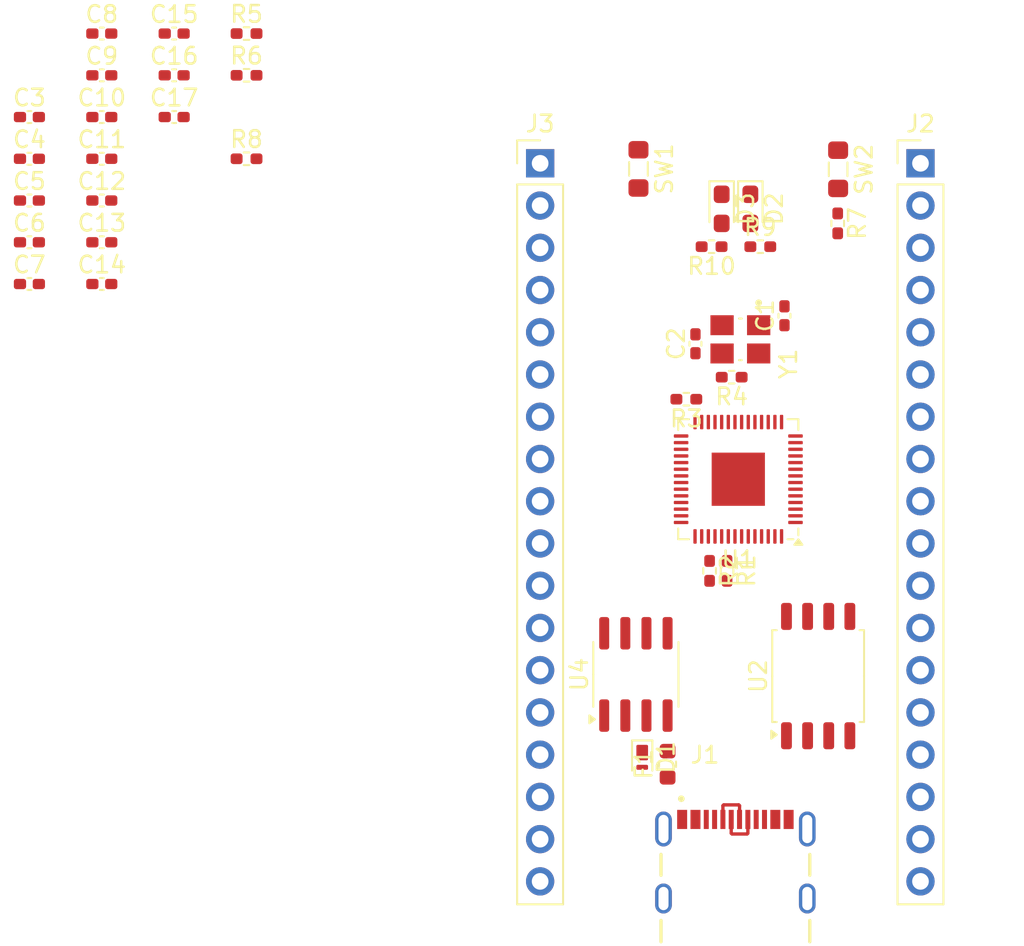
<source format=kicad_pcb>
(kicad_pcb (version 20241229) (generator "pcbnew") (generator_version "9.0")
  (layers (0 "F.Cu" signal) (2 "B.Cu" signal) (13 "F.Paste" user) (15 "B.Paste" user) (5 "F.SilkS" user "F.Silkscreen") (7 "B.SilkS" user "B.Silkscreen") (1 "F.Mask" user) (3 "B.Mask" user) (25 "Edge.Cuts" user))
  (net 0 "")
  (net 1 "GND")
  (net 2 "/Xin")
  (net 3 "Net-(C2-Pad1)")
  (net 4 "VBUS")
  (net 5 "+3.3V")
  (net 6 "+1V1")
  (net 7 "Net-(D2-A)")
  (net 8 "Net-(D3-A)")
  (net 9 "Net-(F1-Pad1)")
  (net 10 "/D+")
  (net 11 "/D-")
  (net 13 "Net-(J1-CC1)")
  (net 15 "Net-(J1-CC2)")
  (net 16 "/GPIO23")
  (net 17 "/GPIO20")
  (net 18 "/GPIO24")
  (net 19 "/SWD")
  (net 20 "/GPIO27")
  (net 21 "/GPIO28")
  (net 22 "/GPIO19")
  (net 23 "/GPIO16")
  (net 24 "/SWCLK")
  (net 25 "/GPIO26")
  (net 26 "/GPIO18")
  (net 27 "/GPIO29")
  (net 28 "/GPIO22")
  (net 29 "/GPIO17")
  (net 30 "/GPIO21")
  (net 31 "/GPIO25")
  (net 32 "/GPIO3")
  (net 33 "/GPIO15")
  (net 34 "/GPIO9")
  (net 35 "/GPIO0")
  (net 36 "/GPIO10")
  (net 37 "/GPIO6")
  (net 38 "/GPIO8")
  (net 39 "/GPIO2")
  (net 40 "/GPIO4")
  (net 41 "/GPIO11")
  (net 42 "/GPIO7")
  (net 43 "/RUN")
  (net 44 "/GPIO14")
  (net 45 "/GPIO5")
  (net 46 "/GPIO1")
  (net 47 "/GPIO12")
  (net 48 "Net-(U1-USB_DP)")
  (net 49 "Net-(U1-USB_DM)")
  (net 50 "/Xout")
  (net 51 "/QSPI_SS")
  (net 52 "Net-(R7-Pad1)")
  (net 53 "/GPIO13")
  (net 54 "/QSPI_SCLK")
  (net 55 "/QSPI_SD2")
  (net 56 "/QSPI_SD3")
  (net 57 "/QSPI_SDO")
  (net 58 "/QSPI_SD1")
  (footprint "Connector_PinHeader_2.54mm:PinHeader_1x18_P2.54mm_Vertical" (layer "F.Cu") (at 100.665 46.965)
    (property "Reference" "J3" (at 0 -2.38 0) (layer "F.SilkS"))
    (property "Value" "Conn_01x18_Pin")
    (fp_line (start -1.38 -1.38) (end 0 -1.38) (stroke (width 0.12)) (layer "F.SilkS"))
    (fp_line (start -1.38 0) (end -1.38 -1.38) (stroke (width 0.12)) (layer "F.SilkS"))
    (fp_line (start -1.38 1.27) (end -1.38 44.56) (stroke (width 0.12)) (layer "F.SilkS"))
    (fp_line (start -1.38 1.27) (end 1.38 1.27) (stroke (width 0.12)) (layer "F.SilkS"))
    (fp_line (start -1.38 44.56) (end 1.38 44.56) (stroke (width 0.12)) (layer "F.SilkS"))
    (fp_line (start 1.38 1.27) (end 1.38 44.56) (stroke (width 0.12)) (layer "F.SilkS"))
    (pad "1" thru_hole rect (at 0 0) (size 1.7 1.7) (drill 1) (layers "*.Cu" "*.Mask") (net 4 "VBUS"))
    (pad "2" thru_hole circle (at 0 2.54) (size 1.7 1.7) (drill 1) (layers "*.Cu" "*.Mask") (net 35 "/GPIO0"))
    (pad "3" thru_hole circle (at 0 5.08) (size 1.7 1.7) (drill 1) (layers "*.Cu" "*.Mask") (net 46 "/GPIO1"))
    (pad "4" thru_hole circle (at 0 7.62) (size 1.7 1.7) (drill 1) (layers "*.Cu" "*.Mask") (net 39 "/GPIO2"))
    (pad "5" thru_hole circle (at 0 10.16) (size 1.7 1.7) (drill 1) (layers "*.Cu" "*.Mask") (net 32 "/GPIO3"))
    (pad "6" thru_hole circle (at 0 12.7) (size 1.7 1.7) (drill 1) (layers "*.Cu" "*.Mask") (net 40 "/GPIO4"))
    (pad "7" thru_hole circle (at 0 15.24) (size 1.7 1.7) (drill 1) (layers "*.Cu" "*.Mask") (net 45 "/GPIO5"))
    (pad "8" thru_hole circle (at 0 17.78) (size 1.7 1.7) (drill 1) (layers "*.Cu" "*.Mask") (net 37 "/GPIO6"))
    (pad "9" thru_hole circle (at 0 20.32) (size 1.7 1.7) (drill 1) (layers "*.Cu" "*.Mask") (net 42 "/GPIO7"))
    (pad "10" thru_hole circle (at 0 22.86) (size 1.7 1.7) (drill 1) (layers "*.Cu" "*.Mask") (net 38 "/GPIO8"))
    (pad "11" thru_hole circle (at 0 25.4) (size 1.7 1.7) (drill 1) (layers "*.Cu" "*.Mask") (net 34 "/GPIO9"))
    (pad "12" thru_hole circle (at 0 27.94) (size 1.7 1.7) (drill 1) (layers "*.Cu" "*.Mask") (net 36 "/GPIO10"))
    (pad "13" thru_hole circle (at 0 30.48) (size 1.7 1.7) (drill 1) (layers "*.Cu" "*.Mask") (net 41 "/GPIO11"))
    (pad "14" thru_hole circle (at 0 33.02) (size 1.7 1.7) (drill 1) (layers "*.Cu" "*.Mask") (net 47 "/GPIO12"))
    (pad "15" thru_hole circle (at 0 35.56) (size 1.7 1.7) (drill 1) (layers "*.Cu" "*.Mask") (net 43 "/RUN"))
    (pad "16" thru_hole circle (at 0 38.1) (size 1.7 1.7) (drill 1) (layers "*.Cu" "*.Mask") (net 44 "/GPIO14"))
    (pad "17" thru_hole circle (at 0 40.64) (size 1.7 1.7) (drill 1) (layers "*.Cu" "*.Mask") (net 33 "/GPIO15"))
    (pad "18" thru_hole circle (at 0 43.18) (size 1.7 1.7) (drill 1) (layers "*.Cu" "*.Mask") (net 1 "GND"))
  )
  (footprint "Footprints:GCT_USB4105-GF-A" (layer "F.Cu") (at 112.4 91.175)
    (property "Reference" "J1" (at -1.825 -8.635 0) (layer "F.SilkS"))
    (property "Value" "USB4105-GF-A")
    (fp_line (start -4.47 -2.65) (end -4.47 -1.4) (stroke (width 0.2)) (layer "F.SilkS"))
    (fp_line (start -4.47 1.32) (end -4.47 2.6) (stroke (width 0.2)) (layer "F.SilkS"))
    (fp_line (start 4.47 -2.65) (end 4.47 -1.4) (stroke (width 0.2)) (layer "F.SilkS"))
    (fp_line (start 4.47 2.6) (end 4.47 1.32) (stroke (width 0.2)) (layer "F.SilkS"))
    (fp_circle (center -3.25 -6) (end -3.15 -6) (stroke (width 0.2)) (fill no) (layer "F.SilkS"))
    (pad "" np_thru_hole circle (at -2.89 -3.68) (size 0.65 0.65) (drill 0.65) (layers "*.Cu" "*.Mask"))
    (pad "" np_thru_hole circle (at 2.89 -3.68) (size 0.65 0.65) (drill 0.65) (layers "*.Cu" "*.Mask"))
    (pad "A1_B12" smd rect (at -3.2 -4.755) (size 0.6 1.15) (layers "F.Cu" "F.Paste") (net 1 "GND"))
    (pad "A4_B9" smd rect (at -2.4 -4.755) (size 0.6 1.15) (layers "F.Cu" "F.Paste") (net 9 "Net-(F1-Pad1)"))
    (pad "A5" smd rect (at -1.25 -4.755) (size 0.3 1.15) (layers "F.Cu" "F.Paste") (net 13 "Net-(J1-CC1)"))
    (pad "A6" smd rect (at -0.25 -4.755) (size 0.3 1.15) (layers "F.Cu" "F.Paste") (net 10 "/D+"))
    (pad "A7" smd rect (at 0.25 -4.755) (size 0.3 1.15) (layers "F.Cu" "F.Paste") (net 11 "/D-"))
    (pad "A8" smd rect (at 1.25 -4.755) (size 0.3 1.15) (layers "F.Cu" "F.Paste"))
    (pad "B1_A12" smd rect (at 3.2 -4.755) (size 0.6 1.15) (layers "F.Cu" "F.Paste") (net 1 "GND"))
    (pad "B4_A9" smd rect (at 2.4 -4.755) (size 0.6 1.15) (layers "F.Cu" "F.Paste") (net 9 "Net-(F1-Pad1)"))
    (pad "B5" smd rect (at 1.75 -4.755) (size 0.3 1.15) (layers "F.Cu" "F.Paste") (net 15 "Net-(J1-CC2)"))
    (pad "B6" smd rect (at 0.75 -4.755) (size 0.3 1.15) (layers "F.Cu" "F.Paste") (net 10 "/D+"))
    (pad "B7" smd rect (at -0.75 -4.755) (size 0.3 1.15) (layers "F.Cu" "F.Paste") (net 11 "/D-"))
    (pad "B8" smd rect (at -1.75 -4.755) (size 0.3 1.15) (layers "F.Cu" "F.Paste"))
    (pad "SH1" thru_hole oval (at -4.32 -4.18) (size 1 2.1) (drill oval 0.6 1.7) (layers "*.Cu" "*.Mask") (net 1 "GND"))
    (pad "SH2" thru_hole oval (at 4.32 -4.18) (size 1 2.1) (drill oval 0.6 1.7) (layers "*.Cu" "*.Mask") (net 1 "GND"))
    (pad "SH3" thru_hole oval (at -4.32 0) (size 1 1.8) (drill oval 0.6 1.4) (layers "*.Cu" "*.Mask") (net 1 "GND"))
    (pad "SH4" thru_hole oval (at 4.32 0) (size 1 1.8) (drill oval 0.6 1.4) (layers "*.Cu" "*.Mask") (net 1 "GND"))
  )
  (footprint "Capacitor_SMD:C_0402_1005Metric_Pad0.74x0.62mm_HandSolder" (layer "F.Cu") (at 69.97 54.2225)
    (property "Reference" "C7" (at 0 -1.16 0) (layer "F.SilkS"))
    (property "Value" "0.1u")
    (fp_line (start -0.115835 -0.36) (end 0.115835 -0.36) (stroke (width 0.12)) (layer "F.SilkS"))
    (fp_line (start -0.115835 0.36) (end 0.115835 0.36) (stroke (width 0.12)) (layer "F.SilkS"))
    (pad "1" smd roundrect (at -0.5675 0) (size 0.735 0.62) (layers "F.Cu" "F.Mask" "F.Paste") (net 5 "+3.3V"))
    (pad "2" smd roundrect (at 0.5675 0) (size 0.735 0.62) (layers "F.Cu" "F.Mask" "F.Paste") (net 1 "GND"))
  )
  (footprint "Capacitor_SMD:C_0402_1005Metric_Pad0.74x0.62mm_HandSolder" (layer "F.Cu") (at 115.35 56.1325 90)
    (property "Reference" "C1" (at 0 -1.16 90) (layer "F.SilkS"))
    (property "Value" "15p")
    (fp_line (start -0.115835 -0.36) (end 0.115835 -0.36) (stroke (width 0.12)) (layer "F.SilkS"))
    (fp_line (start -0.115835 0.36) (end 0.115835 0.36) (stroke (width 0.12)) (layer "F.SilkS"))
    (pad "1" smd roundrect (at -0.5675 0 90) (size 0.735 0.62) (layers "F.Cu" "F.Mask" "F.Paste") (net 2 "/Xin"))
    (pad "2" smd roundrect (at 0.5675 0 90) (size 0.735 0.62) (layers "F.Cu" "F.Mask" "F.Paste") (net 1 "GND"))
  )
  (footprint "Capacitor_SMD:C_0402_1005Metric_Pad0.74x0.62mm_HandSolder" (layer "F.Cu") (at 74.32 44.1825)
    (property "Reference" "C10" (at 0 -1.16 0) (layer "F.SilkS"))
    (property "Value" "0.1u")
    (fp_line (start -0.115835 -0.36) (end 0.115835 -0.36) (stroke (width 0.12)) (layer "F.SilkS"))
    (fp_line (start -0.115835 0.36) (end 0.115835 0.36) (stroke (width 0.12)) (layer "F.SilkS"))
    (pad "1" smd roundrect (at -0.5675 0) (size 0.735 0.62) (layers "F.Cu" "F.Mask" "F.Paste") (net 5 "+3.3V"))
    (pad "2" smd roundrect (at 0.5675 0) (size 0.735 0.62) (layers "F.Cu" "F.Mask" "F.Paste") (net 1 "GND"))
  )
  (footprint "Capacitor_SMD:C_0402_1005Metric_Pad0.74x0.62mm_HandSolder" (layer "F.Cu") (at 74.32 51.7125)
    (property "Reference" "C13" (at 0 -1.16 0) (layer "F.SilkS"))
    (property "Value" "0.1u")
    (fp_line (start -0.115835 -0.36) (end 0.115835 -0.36) (stroke (width 0.12)) (layer "F.SilkS"))
    (fp_line (start -0.115835 0.36) (end 0.115835 0.36) (stroke (width 0.12)) (layer "F.SilkS"))
    (pad "1" smd roundrect (at -0.5675 0) (size 0.735 0.62) (layers "F.Cu" "F.Mask" "F.Paste") (net 6 "+1V1"))
    (pad "2" smd roundrect (at 0.5675 0) (size 0.735 0.62) (layers "F.Cu" "F.Mask" "F.Paste") (net 1 "GND"))
  )
  (footprint "Capacitor_SMD:C_0402_1005Metric_Pad0.74x0.62mm_HandSolder" (layer "F.Cu") (at 74.32 49.2025)
    (property "Reference" "C12" (at 0 -1.16 0) (layer "F.SilkS"))
    (property "Value" "1u")
    (fp_line (start -0.115835 -0.36) (end 0.115835 -0.36) (stroke (width 0.12)) (layer "F.SilkS"))
    (fp_line (start -0.115835 0.36) (end 0.115835 0.36) (stroke (width 0.12)) (layer "F.SilkS"))
    (pad "1" smd roundrect (at -0.5675 0) (size 0.735 0.62) (layers "F.Cu" "F.Mask" "F.Paste") (net 5 "+3.3V"))
    (pad "2" smd roundrect (at 0.5675 0) (size 0.735 0.62) (layers "F.Cu" "F.Mask" "F.Paste") (net 1 "GND"))
  )
  (footprint "Resistor_SMD:R_0402_1005Metric_Pad0.72x0.64mm_HandSolder" (layer "F.Cu") (at 83.02 39.1625)
    (property "Reference" "R5" (at 0 -1.17 0) (layer "F.SilkS"))
    (property "Value" "5K1")
    (fp_line (start -0.167621 -0.38) (end 0.167621 -0.38) (stroke (width 0.12)) (layer "F.SilkS"))
    (fp_line (start -0.167621 0.38) (end 0.167621 0.38) (stroke (width 0.12)) (layer "F.SilkS"))
    (pad "1" smd roundrect (at -0.5975 0) (size 0.715 0.64) (layers "F.Cu" "F.Mask" "F.Paste") (net 15 "Net-(J1-CC2)"))
    (pad "2" smd roundrect (at 0.5975 0) (size 0.715 0.64) (layers "F.Cu" "F.Mask" "F.Paste") (net 1 "GND"))
  )
  (footprint "Capacitor_SMD:C_0402_1005Metric_Pad0.74x0.62mm_HandSolder" (layer "F.Cu") (at 74.32 46.6925)
    (property "Reference" "C11" (at 0 -1.16 0) (layer "F.SilkS"))
    (property "Value" "0.1u")
    (fp_line (start -0.115835 -0.36) (end 0.115835 -0.36) (stroke (width 0.12)) (layer "F.SilkS"))
    (fp_line (start -0.115835 0.36) (end 0.115835 0.36) (stroke (width 0.12)) (layer "F.SilkS"))
    (pad "1" smd roundrect (at -0.5675 0) (size 0.735 0.62) (layers "F.Cu" "F.Mask" "F.Paste") (net 5 "+3.3V"))
    (pad "2" smd roundrect (at 0.5675 0) (size 0.735 0.62) (layers "F.Cu" "F.Mask" "F.Paste") (net 1 "GND"))
  )
  (footprint "Inductor_SMD:L_0805_2012Metric_Pad1.05x1.20mm_HandSolder" (layer "F.Cu") (at 118.575 47.325 -90)
    (property "Reference" "SW2" (at 0 -1.55 90) (layer "F.SilkS"))
    (property "Value" "SW_Push")
    (fp_line (start -0.410242 0.56) (end 0.410242 0.56) (stroke (width 0.12)) (layer "F.SilkS"))
    (fp_line (start -0.410242 -0.56) (end 0.410242 -0.56) (stroke (width 0.12)) (layer "F.SilkS"))
    (pad "1" smd roundrect (at -1.15 0 270) (size 1.05 1.2) (layers "F.Cu" "F.Mask" "F.Paste") (roundrect_rratio 0.238095) (net 1 "GND"))
    (pad "2" smd roundrect (at 1.15 0 270) (size 1.05 1.2) (layers "F.Cu" "F.Mask" "F.Paste") (roundrect_rratio 0.238095) (net 52 "Net-(R7-Pad1)"))
  )
  (footprint "Resistor_SMD:R_0402_1005Metric_Pad0.72x0.64mm_HandSolder" (layer "F.Cu") (at 83.02 41.6725)
    (property "Reference" "R6" (at 0 -1.17 0) (layer "F.SilkS"))
    (property "Value" "5K1")
    (fp_line (start -0.167621 -0.38) (end 0.167621 -0.38) (stroke (width 0.12)) (layer "F.SilkS"))
    (fp_line (start -0.167621 0.38) (end 0.167621 0.38) (stroke (width 0.12)) (layer "F.SilkS"))
    (pad "1" smd roundrect (at -0.5975 0) (size 0.715 0.64) (layers "F.Cu" "F.Mask" "F.Paste") (net 1 "GND"))
    (pad "2" smd roundrect (at 0.5975 0) (size 0.715 0.64) (layers "F.Cu" "F.Mask" "F.Paste") (net 13 "Net-(J1-CC1)"))
  )
  (footprint "LED_SMD:LED_0603_1608Metric_Pad1.05x0.95mm_HandSolder" (layer "F.Cu") (at 111.575 49.7025 -90)
    (property "Reference" "D3" (at 0 -1.43 90) (layer "F.SilkS"))
    (property "Value" "LED")
    (fp_line (start -1.66 0.735) (end 0.8 0.735) (stroke (width 0.12)) (layer "F.SilkS"))
    (fp_line (start -1.66 -0.735) (end -1.66 0.735) (stroke (width 0.12)) (layer "F.SilkS"))
    (fp_line (start 0.8 -0.735) (end -1.66 -0.735) (stroke (width 0.12)) (layer "F.SilkS"))
    (pad "1" smd roundrect (at -0.875 0 270) (size 1.05 0.95) (layers "F.Cu" "F.Mask" "F.Paste") (net 1 "GND"))
    (pad "2" smd roundrect (at 0.875 0 270) (size 1.05 0.95) (layers "F.Cu" "F.Mask" "F.Paste") (net 8 "Net-(D3-A)"))
  )
  (footprint "Package_DFN_QFN:QFN-56-1EP_7x7mm_P0.4mm_EP3.2x3.2mm" (layer "F.Cu") (at 112.575 65.9625 180)
    (property "Reference" "U1" (at 0 -4.83 0) (layer "F.SilkS"))
    (property "Value" "RP2040")
    (fp_line (start 3.61 3.61) (end 3.61 2.96) (stroke (width 0.12)) (layer "F.SilkS"))
    (fp_line (start 3.61 -3.61) (end 3.61 -2.96) (stroke (width 0.12)) (layer "F.SilkS"))
    (fp_line (start 2.96 3.61) (end 3.61 3.61) (stroke (width 0.12)) (layer "F.SilkS"))
    (fp_line (start 2.96 -3.61) (end 3.61 -3.61) (stroke (width 0.12)) (layer "F.SilkS"))
    (fp_line (start -2.96 3.61) (end -3.61 3.61) (stroke (width 0.12)) (layer "F.SilkS"))
    (fp_line (start -2.96 -3.61) (end -3.31 -3.61) (stroke (width 0.12)) (layer "F.SilkS"))
    (fp_line (start -3.61 3.61) (end -3.61 2.96) (stroke (width 0.12)) (layer "F.SilkS"))
    (fp_line (start -3.61 -2.96) (end -3.61 -3.37) (stroke (width 0.12)) (layer "F.SilkS"))
    (fp_poly (pts (xy -3.61 -3.61) (xy -3.85 -3.94) (xy -3.37 -3.94)) (stroke (width 0.12)) (fill yes) (layer "F.SilkS"))
    (pad "1" smd roundrect (at -3.4375 -2.6 180) (size 0.875 0.2) (layers "F.Cu" "F.Mask" "F.Paste") (net 5 "+3.3V"))
    (pad "2" smd roundrect (at -3.4375 -2.2 180) (size 0.875 0.2) (layers "F.Cu" "F.Mask" "F.Paste") (net 35 "/GPIO0"))
    (pad "3" smd roundrect (at -3.4375 -1.8 180) (size 0.875 0.2) (layers "F.Cu" "F.Mask" "F.Paste") (net 46 "/GPIO1"))
    (pad "4" smd roundrect (at -3.4375 -1.4 180) (size 0.875 0.2) (layers "F.Cu" "F.Mask" "F.Paste") (net 39 "/GPIO2"))
    (pad "5" smd roundrect (at -3.4375 -1 180) (size 0.875 0.2) (layers "F.Cu" "F.Mask" "F.Paste") (net 32 "/GPIO3"))
    (pad "6" smd roundrect (at -3.4375 -0.6 180) (size 0.875 0.2) (layers "F.Cu" "F.Mask" "F.Paste") (net 40 "/GPIO4"))
    (pad "7" smd roundrect (at -3.4375 -0.2 180) (size 0.875 0.2) (layers "F.Cu" "F.Mask" "F.Paste") (net 45 "/GPIO5"))
    (pad "8" smd roundrect (at -3.4375 0.2 180) (size 0.875 0.2) (layers "F.Cu" "F.Mask" "F.Paste") (net 37 "/GPIO6"))
    (pad "9" smd roundrect (at -3.4375 0.6 180) (size 0.875 0.2) (layers "F.Cu" "F.Mask" "F.Paste") (net 42 "/GPIO7"))
    (pad "10" smd roundrect (at -3.4375 1 180) (size 0.875 0.2) (layers "F.Cu" "F.Mask" "F.Paste") (net 5 "+3.3V"))
    (pad "11" smd roundrect (at -3.4375 1.4 180) (size 0.875 0.2) (layers "F.Cu" "F.Mask" "F.Paste") (net 38 "/GPIO8"))
    (pad "12" smd roundrect (at -3.4375 1.8 180) (size 0.875 0.2) (layers "F.Cu" "F.Mask" "F.Paste") (net 34 "/GPIO9"))
    (pad "13" smd roundrect (at -3.4375 2.2 180) (size 0.875 0.2) (layers "F.Cu" "F.Mask" "F.Paste") (net 36 "/GPIO10"))
    (pad "14" smd roundrect (at -3.4375 2.6 180) (size 0.875 0.2) (layers "F.Cu" "F.Mask" "F.Paste") (net 41 "/GPIO11"))
    (pad "15" smd roundrect (at -2.6 3.4375 180) (size 0.2 0.875) (layers "F.Cu" "F.Mask" "F.Paste") (net 47 "/GPIO12"))
    (pad "16" smd roundrect (at -2.2 3.4375 180) (size 0.2 0.875) (layers "F.Cu" "F.Mask" "F.Paste") (net 53 "/GPIO13"))
    (pad "17" smd roundrect (at -1.8 3.4375 180) (size 0.2 0.875) (layers "F.Cu" "F.Mask" "F.Paste") (net 44 "/GPIO14"))
    (pad "18" smd roundrect (at -1.4 3.4375 180) (size 0.2 0.875) (layers "F.Cu" "F.Mask" "F.Paste") (net 33 "/GPIO15"))
    (pad "19" smd roundrect (at -1 3.4375 180) (size 0.2 0.875) (layers "F.Cu" "F.Mask" "F.Paste") (net 1 "GND"))
    (pad "20" smd roundrect (at -0.6 3.4375 180) (size 0.2 0.875) (layers "F.Cu" "F.Mask" "F.Paste") (net 2 "/Xin"))
    (pad "21" smd roundrect (at -0.2 3.4375 180) (size 0.2 0.875) (layers "F.Cu" "F.Mask" "F.Paste") (net 50 "/Xout"))
    (pad "22" smd roundrect (at 0.2 3.4375 180) (size 0.2 0.875) (layers "F.Cu" "F.Mask" "F.Paste") (net 5 "+3.3V"))
    (pad "23" smd roundrect (at 0.6 3.4375 180) (size 0.2 0.875) (layers "F.Cu" "F.Mask" "F.Paste") (net 6 "+1V1"))
    (pad "24" smd roundrect (at 1 3.4375 180) (size 0.2 0.875) (layers "F.Cu" "F.Mask" "F.Paste") (net 24 "/SWCLK"))
    (pad "25" smd roundrect (at 1.4 3.4375 180) (size 0.2 0.875) (layers "F.Cu" "F.Mask" "F.Paste") (net 19 "/SWD"))
    (pad "26" smd roundrect (at 1.8 3.4375 180) (size 0.2 0.875) (layers "F.Cu" "F.Mask" "F.Paste") (net 43 "/RUN"))
    (pad "27" smd roundrect (at 2.2 3.4375 180) (size 0.2 0.875) (layers "F.Cu" "F.Mask" "F.Paste") (net 23 "/GPIO16"))
    (pad "28" smd roundrect (at 2.6 3.4375 180) (size 0.2 0.875) (layers "F.Cu" "F.Mask" "F.Paste") (net 29 "/GPIO17"))
    (pad "29" smd roundrect (at 3.4375 2.6 180) (size 0.875 0.2) (layers "F.Cu" "F.Mask" "F.Paste") (net 26 "/GPIO18"))
    (pad "30" smd roundrect (at 3.4375 2.2 180) (size 0.875 0.2) (layers "F.Cu" "F.Mask" "F.Paste") (net 22 "/GPIO19"))
    (pad "31" smd roundrect (at 3.4375 1.8 180) (size 0.875 0.2) (layers "F.Cu" "F.Mask" "F.Paste") (net 17 "/GPIO20"))
    (pad "32" smd roundrect (at 3.4375 1.4 180) (size 0.875 0.2) (layers "F.Cu" "F.Mask" "F.Paste") (net 30 "/GPIO21"))
    (pad "33" smd roundrect (at 3.4375 1 180) (size 0.875 0.2) (layers "F.Cu" "F.Mask" "F.Paste") (net 5 "+3.3V"))
    (pad "34" smd roundrect (at 3.4375 0.6 180) (size 0.875 0.2) (layers "F.Cu" "F.Mask" "F.Paste") (net 28 "/GPIO22"))
    (pad "35" smd roundrect (at 3.4375 0.2 180) (size 0.875 0.2) (layers "F.Cu" "F.Mask" "F.Paste") (net 16 "/GPIO23"))
    (pad "36" smd roundrect (at 3.4375 -0.2 180) (size 0.875 0.2) (layers "F.Cu" "F.Mask" "F.Paste") (net 18 "/GPIO24"))
    (pad "37" smd roundrect (at 3.4375 -0.6 180) (size 0.875 0.2) (layers "F.Cu" "F.Mask" "F.Paste") (net 31 "/GPIO25"))
    (pad "38" smd roundrect (at 3.4375 -1 180) (size 0.875 0.2) (layers "F.Cu" "F.Mask" "F.Paste") (net 25 "/GPIO26"))
    (pad "39" smd roundrect (at 3.4375 -1.4 180) (size 0.875 0.2) (layers "F.Cu" "F.Mask" "F.Paste") (net 20 "/GPIO27"))
    (pad "40" smd roundrect (at 3.4375 -1.8 180) (size 0.875 0.2) (layers "F.Cu" "F.Mask" "F.Paste") (net 21 "/GPIO28"))
    (pad "41" smd roundrect (at 3.4375 -2.2 180) (size 0.875 0.2) (layers "F.Cu" "F.Mask" "F.Paste") (net 27 "/GPIO29"))
    (pad "42" smd roundrect (at 3.4375 -2.6 180) (size 0.875 0.2) (layers "F.Cu" "F.Mask" "F.Paste") (net 5 "+3.3V"))
    (pad "43" smd roundrect (at 2.6 -3.4375 180) (size 0.2 0.875) (layers "F.Cu" "F.Mask" "F.Paste") (net 5 "+3.3V"))
    (pad "44" smd roundrect (at 2.2 -3.4375 180) (size 0.2 0.875) (layers "F.Cu" "F.Mask" "F.Paste") (net 5 "+3.3V"))
    (pad "45" smd roundrect (at 1.8 -3.4375 180) (size 0.2 0.875) (layers "F.Cu" "F.Mask" "F.Paste") (net 6 "+1V1"))
    (pad "46" smd roundrect (at 1.4 -3.4375 180) (size 0.2 0.875) (layers "F.Cu" "F.Mask" "F.Paste") (net 49 "Net-(U1-USB_DM)"))
    (pad "47" smd roundrect (at 1 -3.4375 180) (size 0.2 0.875) (layers "F.Cu" "F.Mask" "F.Paste") (net 48 "Net-(U1-USB_DP)"))
    (pad "48" smd roundrect (at 0.6 -3.4375 180) (size 0.2 0.875) (layers "F.Cu" "F.Mask" "F.Paste") (net 5 "+3.3V"))
    (pad "49" smd roundrect (at 0.2 -3.4375 180) (size 0.2 0.875) (layers "F.Cu" "F.Mask" "F.Paste") (net 5 "+3.3V"))
    (pad "50" smd roundrect (at -0.2 -3.4375 180) (size 0.2 0.875) (layers "F.Cu" "F.Mask" "F.Paste") (net 6 "+1V1"))
    (pad "51" smd roundrect (at -0.6 -3.4375 180) (size 0.2 0.875) (layers "F.Cu" "F.Mask" "F.Paste") (net 56 "/QSPI_SD3"))
    (pad "52" smd roundrect (at -1 -3.4375 180) (size 0.2 0.875) (layers "F.Cu" "F.Mask" "F.Paste") (net 54 "/QSPI_SCLK"))
    (pad "53" smd roundrect (at -1.4 -3.4375 180) (size 0.2 0.875) (layers "F.Cu" "F.Mask" "F.Paste") (net 57 "/QSPI_SDO"))
    (pad "54" smd roundrect (at -1.8 -3.4375 180) (size 0.2 0.875) (layers "F.Cu" "F.Mask" "F.Paste") (net 55 "/QSPI_SD2"))
    (pad "55" smd roundrect (at -2.2 -3.4375 180) (size 0.2 0.875) (layers "F.Cu" "F.Mask" "F.Paste") (net 58 "/QSPI_SD1"))
    (pad "56" smd roundrect (at -2.6 -3.4375 180) (size 0.2 0.875) (layers "F.Cu" "F.Mask" "F.Paste") (net 51 "/QSPI_SS"))
    (pad "57" smd rect (at 0 0 180) (size 3.2 3.2) (property pad_prop_heatsink) (layers "F.Cu" "F.Mask") (net 1 "GND"))
  )
  (footprint "Resistor_SMD:R_0402_1005Metric_Pad0.72x0.64mm_HandSolder" (layer "F.Cu") (at 112.1775 59.825 180)
    (property "Reference" "R4" (at 0 -1.17 0) (layer "F.SilkS"))
    (property "Value" "1K")
    (fp_line (start -0.167621 0.38) (end 0.167621 0.38) (stroke (width 0.12)) (layer "F.SilkS"))
    (fp_line (start -0.167621 -0.38) (end 0.167621 -0.38) (stroke (width 0.12)) (layer "F.SilkS"))
    (pad "1" smd roundrect (at -0.5975 0 180) (size 0.715 0.64) (layers "F.Cu" "F.Mask" "F.Paste") (net 50 "/Xout"))
    (pad "2" smd roundrect (at 0.5975 0 180) (size 0.715 0.64) (layers "F.Cu" "F.Mask" "F.Paste") (net 3 "Net-(C2-Pad1)"))
  )
  (footprint "Resistor_SMD:R_0402_1005Metric_Pad0.72x0.64mm_HandSolder" (layer "F.Cu") (at 118.55 50.5775 -90)
    (property "Reference" "R7" (at 0 -1.17 90) (layer "F.SilkS"))
    (property "Value" "1K")
    (fp_line (start -0.167621 0.38) (end 0.167621 0.38) (stroke (width 0.12)) (layer "F.SilkS"))
    (fp_line (start -0.167621 -0.38) (end 0.167621 -0.38) (stroke (width 0.12)) (layer "F.SilkS"))
    (pad "1" smd roundrect (at -0.5975 0 270) (size 0.715 0.64) (layers "F.Cu" "F.Mask" "F.Paste") (net 52 "Net-(R7-Pad1)"))
    (pad "2" smd roundrect (at 0.5975 0 270) (size 0.715 0.64) (layers "F.Cu" "F.Mask" "F.Paste") (net 51 "/QSPI_SS"))
  )
  (footprint "Package_SO:SOIC-8_5.3x5.3mm_P1.27mm" (layer "F.Cu") (at 117.375 77.8 90)
    (property "Reference" "U2" (at 0 -3.6 90) (layer "F.SilkS"))
    (property "Value" "W25Q128JVS")
    (fp_line (start 2.76 -2.76) (end 2.76 -2.49) (stroke (width 0.12)) (layer "F.SilkS"))
    (fp_line (start 0 -2.76) (end 2.76 -2.76) (stroke (width 0.12)) (layer "F.SilkS"))
    (fp_line (start 0 -2.76) (end -2.76 -2.76) (stroke (width 0.12)) (layer "F.SilkS"))
    (fp_line (start -2.76 -2.76) (end -2.76 -2.49) (stroke (width 0.12)) (layer "F.SilkS"))
    (fp_line (start 2.76 2.76) (end 2.76 2.49) (stroke (width 0.12)) (layer "F.SilkS"))
    (fp_line (start 0 2.76) (end 2.76 2.76) (stroke (width 0.12)) (layer "F.SilkS"))
    (fp_line (start 0 2.76) (end -2.76 2.76) (stroke (width 0.12)) (layer "F.SilkS"))
    (fp_line (start -2.76 2.76) (end -2.76 2.49) (stroke (width 0.12)) (layer "F.SilkS"))
    (fp_poly (pts (xy -3.525 -2.49) (xy -3.765 -2.82) (xy -3.285 -2.82)) (stroke (width 0.12)) (fill yes) (layer "F.SilkS"))
    (pad "1" smd roundrect (at -3.5875 -1.905 90) (size 1.625 0.65) (layers "F.Cu" "F.Mask" "F.Paste") (net 51 "/QSPI_SS"))
    (pad "2" smd roundrect (at -3.5875 -0.635 90) (size 1.625 0.65) (layers "F.Cu" "F.Mask" "F.Paste") (net 58 "/QSPI_SD1"))
    (pad "3" smd roundrect (at -3.5875 0.635 90) (size 1.625 0.65) (layers "F.Cu" "F.Mask" "F.Paste") (net 55 "/QSPI_SD2"))
    (pad "4" smd roundrect (at -3.5875 1.905 90) (size 1.625 0.65) (layers "F.Cu" "F.Mask" "F.Paste") (net 1 "GND"))
    (pad "5" smd roundrect (at 3.5875 1.905 90) (size 1.625 0.65) (layers "F.Cu" "F.Mask" "F.Paste") (net 57 "/QSPI_SDO"))
    (pad "6" smd roundrect (at 3.5875 0.635 90) (size 1.625 0.65) (layers "F.Cu" "F.Mask" "F.Paste") (net 54 "/QSPI_SCLK"))
    (pad "7" smd roundrect (at 3.5875 -0.635 90) (size 1.625 0.65) (layers "F.Cu" "F.Mask" "F.Paste") (net 56 "/QSPI_SD3"))
    (pad "8" smd roundrect (at 3.5875 -1.905 90) (size 1.625 0.65) (layers "F.Cu" "F.Mask" "F.Paste") (net 5 "+3.3V"))
  )
  (footprint "Connector_PinHeader_2.54mm:PinHeader_1x18_P2.54mm_Vertical" (layer "F.Cu") (at 123.525 46.965)
    (property "Reference" "J2" (at 0 -2.38 0) (layer "F.SilkS"))
    (property "Value" "Conn_01x18_Pin")
    (fp_line (start -1.38 -1.38) (end 0 -1.38) (stroke (width 0.12)) (layer "F.SilkS"))
    (fp_line (start -1.38 0) (end -1.38 -1.38) (stroke (width 0.12)) (layer "F.SilkS"))
    (fp_line (start -1.38 1.27) (end -1.38 44.56) (stroke (width 0.12)) (layer "F.SilkS"))
    (fp_line (start -1.38 1.27) (end 1.38 1.27) (stroke (width 0.12)) (layer "F.SilkS"))
    (fp_line (start -1.38 44.56) (end 1.38 44.56) (stroke (width 0.12)) (layer "F.SilkS"))
    (fp_line (start 1.38 1.27) (end 1.38 44.56) (stroke (width 0.12)) (layer "F.SilkS"))
    (pad "1" thru_hole rect (at 0 0) (size 1.7 1.7) (drill 1) (layers "*.Cu" "*.Mask") (net 5 "+3.3V"))
    (pad "2" thru_hole circle (at 0 2.54) (size 1.7 1.7) (drill 1) (layers "*.Cu" "*.Mask") (net 23 "/GPIO16"))
    (pad "3" thru_hole circle (at 0 5.08) (size 1.7 1.7) (drill 1) (layers "*.Cu" "*.Mask") (net 29 "/GPIO17"))
    (pad "4" thru_hole circle (at 0 7.62) (size 1.7 1.7) (drill 1) (layers "*.Cu" "*.Mask") (net 26 "/GPIO18"))
    (pad "5" thru_hole circle (at 0 10.16) (size 1.7 1.7) (drill 1) (layers "*.Cu" "*.Mask") (net 22 "/GPIO19"))
    (pad "6" thru_hole circle (at 0 12.7) (size 1.7 1.7) (drill 1) (layers "*.Cu" "*.Mask") (net 17 "/GPIO20"))
    (pad "7" thru_hole circle (at 0 15.24) (size 1.7 1.7) (drill 1) (layers "*.Cu" "*.Mask") (net 30 "/GPIO21"))
    (pad "8" thru_hole circle (at 0 17.78) (size 1.7 1.7) (drill 1) (layers "*.Cu" "*.Mask") (net 28 "/GPIO22"))
    (pad "9" thru_hole circle (at 0 20.32) (size 1.7 1.7) (drill 1) (layers "*.Cu" "*.Mask") (net 16 "/GPIO23"))
    (pad "10" thru_hole circle (at 0 22.86) (size 1.7 1.7) (drill 1) (layers "*.Cu" "*.Mask") (net 18 "/GPIO24"))
    (pad "11" thru_hole circle (at 0 25.4) (size 1.7 1.7) (drill 1) (layers "*.Cu" "*.Mask") (net 31 "/GPIO25"))
    (pad "12" thru_hole circle (at 0 27.94) (size 1.7 1.7) (drill 1) (layers "*.Cu" "*.Mask") (net 25 "/GPIO26"))
    (pad "13" thru_hole circle (at 0 30.48) (size 1.7 1.7) (drill 1) (layers "*.Cu" "*.Mask") (net 20 "/GPIO27"))
    (pad "14" thru_hole circle (at 0 33.02) (size 1.7 1.7) (drill 1) (layers "*.Cu" "*.Mask") (net 21 "/GPIO28"))
    (pad "15" thru_hole circle (at 0 35.56) (size 1.7 1.7) (drill 1) (layers "*.Cu" "*.Mask") (net 27 "/GPIO29"))
    (pad "16" thru_hole circle (at 0 38.1) (size 1.7 1.7) (drill 1) (layers "*.Cu" "*.Mask") (net 24 "/SWCLK"))
    (pad "17" thru_hole circle (at 0 40.64) (size 1.7 1.7) (drill 1) (layers "*.Cu" "*.Mask") (net 19 "/SWD"))
    (pad "18" thru_hole circle (at 0 43.18) (size 1.7 1.7) (drill 1) (layers "*.Cu" "*.Mask") (net 1 "GND"))
  )
  (footprint "Capacitor_SMD:C_0402_1005Metric_Pad0.74x0.62mm_HandSolder" (layer "F.Cu") (at 78.67 41.6725)
    (property "Reference" "C16" (at 0 -1.16 0) (layer "F.SilkS"))
    (property "Value" "0.1u")
    (fp_line (start -0.115835 -0.36) (end 0.115835 -0.36) (stroke (width 0.12)) (layer "F.SilkS"))
    (fp_line (start -0.115835 0.36) (end 0.115835 0.36) (stroke (width 0.12)) (layer "F.SilkS"))
    (pad "1" smd roundrect (at -0.5675 0) (size 0.735 0.62) (layers "F.Cu" "F.Mask" "F.Paste") (net 5 "+3.3V"))
    (pad "2" smd roundrect (at 0.5675 0) (size 0.735 0.62) (layers "F.Cu" "F.Mask" "F.Paste") (net 1 "GND"))
  )
  (footprint "Package_SO:SOIC-8_3.9x4.9mm_P1.27mm" (layer "F.Cu") (at 106.42 77.7 90)
    (property "Reference" "U4" (at 0 -3.4 90) (layer "F.SilkS"))
    (property "Value" "AMS1117CS-3.3")
    (fp_line (start 0 -2.56) (end 1.95 -2.56) (stroke (width 0.12)) (layer "F.SilkS"))
    (fp_line (start 0 -2.56) (end -1.95 -2.56) (stroke (width 0.12)) (layer "F.SilkS"))
    (fp_line (start 0 2.56) (end 1.95 2.56) (stroke (width 0.12)) (layer "F.SilkS"))
    (fp_line (start 0 2.56) (end -1.95 2.56) (stroke (width 0.12)) (layer "F.SilkS"))
    (fp_poly (pts (xy -2.7 -2.465) (xy -2.94 -2.795) (xy -2.46 -2.795)) (stroke (width 0.12)) (fill yes) (layer "F.SilkS"))
    (pad "1" smd roundrect (at -2.475 -1.905 90) (size 1.95 0.6) (layers "F.Cu" "F.Mask" "F.Paste") (net 1 "GND"))
    (pad "2" smd roundrect (at -2.475 -0.635 90) (size 1.95 0.6) (layers "F.Cu" "F.Mask" "F.Paste") (net 5 "+3.3V"))
    (pad "3" smd roundrect (at -2.475 0.635 90) (size 1.95 0.6) (layers "F.Cu" "F.Mask" "F.Paste") (net 5 "+3.3V"))
    (pad "4" smd roundrect (at -2.475 1.905 90) (size 1.95 0.6) (layers "F.Cu" "F.Mask" "F.Paste") (net 4 "VBUS"))
    (pad "5" smd roundrect (at 2.475 1.905 90) (size 1.95 0.6) (layers "F.Cu" "F.Mask" "F.Paste"))
    (pad "6" smd roundrect (at 2.475 0.635 90) (size 1.95 0.6) (layers "F.Cu" "F.Mask" "F.Paste") (net 5 "+3.3V"))
    (pad "7" smd roundrect (at 2.475 -0.635 90) (size 1.95 0.6) (layers "F.Cu" "F.Mask" "F.Paste") (net 5 "+3.3V"))
    (pad "8" smd roundrect (at 2.475 -1.905 90) (size 1.95 0.6) (layers "F.Cu" "F.Mask" "F.Paste"))
  )
  (footprint "Capacitor_SMD:C_0402_1005Metric_Pad0.74x0.62mm_HandSolder" (layer "F.Cu") (at 69.97 49.2025)
    (property "Reference" "C5" (at 0 -1.16 0) (layer "F.SilkS"))
    (property "Value" "0.1u")
    (fp_line (start -0.115835 -0.36) (end 0.115835 -0.36) (stroke (width 0.12)) (layer "F.SilkS"))
    (fp_line (start -0.115835 0.36) (end 0.115835 0.36) (stroke (width 0.12)) (layer "F.SilkS"))
    (pad "1" smd roundrect (at -0.5675 0) (size 0.735 0.62) (layers "F.Cu" "F.Mask" "F.Paste") (net 5 "+3.3V"))
    (pad "2" smd roundrect (at 0.5675 0) (size 0.735 0.62) (layers "F.Cu" "F.Mask" "F.Paste") (net 1 "GND"))
  )
  (footprint "Resistor_SMD:R_0402_1005Metric_Pad0.72x0.64mm_HandSolder" (layer "F.Cu") (at 110.97 51.9775 180)
    (property "Reference" "R10" (at 0 -1.17 0) (layer "F.SilkS"))
    (property "Value" "1K")
    (fp_line (start -0.167621 0.38) (end 0.167621 0.38) (stroke (width 0.12)) (layer "F.SilkS"))
    (fp_line (start -0.167621 -0.38) (end 0.167621 -0.38) (stroke (width 0.12)) (layer "F.SilkS"))
    (pad "1" smd roundrect (at -0.5975 0 180) (size 0.715 0.64) (layers "F.Cu" "F.Mask" "F.Paste") (net 8 "Net-(D3-A)"))
    (pad "2" smd roundrect (at 0.5975 0 180) (size 0.715 0.64) (layers "F.Cu" "F.Mask" "F.Paste") (net 53 "/GPIO13"))
  )
  (footprint "Capacitor_SMD:C_0402_1005Metric_Pad0.74x0.62mm_HandSolder" (layer "F.Cu") (at 74.32 54.2225)
    (property "Reference" "C14" (at 0 -1.16 0) (layer "F.SilkS"))
    (property "Value" "1u")
    (fp_line (start -0.115835 -0.36) (end 0.115835 -0.36) (stroke (width 0.12)) (layer "F.SilkS"))
    (fp_line (start -0.115835 0.36) (end 0.115835 0.36) (stroke (width 0.12)) (layer "F.SilkS"))
    (pad "1" smd roundrect (at -0.5675 0) (size 0.735 0.62) (layers "F.Cu" "F.Mask" "F.Paste") (net 6 "+1V1"))
    (pad "2" smd roundrect (at 0.5675 0) (size 0.735 0.62) (layers "F.Cu" "F.Mask" "F.Paste") (net 1 "GND"))
  )
  (footprint "Capacitor_SMD:C_0402_1005Metric_Pad0.74x0.62mm_HandSolder" (layer "F.Cu") (at 69.97 46.6925)
    (property "Reference" "C4" (at 0 -1.16 0) (layer "F.SilkS"))
    (property "Value" "22u")
    (fp_line (start -0.115835 -0.36) (end 0.115835 -0.36) (stroke (width 0.12)) (layer "F.SilkS"))
    (fp_line (start -0.115835 0.36) (end 0.115835 0.36) (stroke (width 0.12)) (layer "F.SilkS"))
    (pad "1" smd roundrect (at -0.5675 0) (size 0.735 0.62) (layers "F.Cu" "F.Mask" "F.Paste") (net 5 "+3.3V"))
    (pad "2" smd roundrect (at 0.5675 0) (size 0.735 0.62) (layers "F.Cu" "F.Mask" "F.Paste") (net 1 "GND"))
  )
  (footprint "Capacitor_SMD:C_0402_1005Metric_Pad0.74x0.62mm_HandSolder" (layer "F.Cu") (at 78.67 39.1625)
    (property "Reference" "C15" (at 0 -1.16 0) (layer "F.SilkS"))
    (property "Value" "0.1u")
    (fp_line (start -0.115835 -0.36) (end 0.115835 -0.36) (stroke (width 0.12)) (layer "F.SilkS"))
    (fp_line (start -0.115835 0.36) (end 0.115835 0.36) (stroke (width 0.12)) (layer "F.SilkS"))
    (pad "1" smd roundrect (at -0.5675 0) (size 0.735 0.62) (layers "F.Cu" "F.Mask" "F.Paste") (net 6 "+1V1"))
    (pad "2" smd roundrect (at 0.5675 0) (size 0.735 0.62) (layers "F.Cu" "F.Mask" "F.Paste") (net 1 "GND"))
  )
  (footprint "Inductor_SMD:L_0805_2012Metric_Pad1.05x1.20mm_HandSolder" (layer "F.Cu") (at 106.575 47.3 -90)
    (property "Reference" "SW1" (at 0 -1.55 90) (layer "F.SilkS"))
    (property "Value" "SW_Push")
    (fp_line (start -0.410242 0.56) (end 0.410242 0.56) (stroke (width 0.12)) (layer "F.SilkS"))
    (fp_line (start -0.410242 -0.56) (end 0.410242 -0.56) (stroke (width 0.12)) (layer "F.SilkS"))
    (pad "1" smd roundrect (at -1.15 0 270) (size 1.05 1.2) (layers "F.Cu" "F.Mask" "F.Paste") (roundrect_rratio 0.238095) (net 1 "GND"))
    (pad "2" smd roundrect (at 1.15 0 270) (size 1.05 1.2) (layers "F.Cu" "F.Mask" "F.Paste") (roundrect_rratio 0.238095) (net 43 "/RUN"))
  )
  (footprint "Fuse:Fuse_0603_1608Metric" (layer "F.Cu") (at 108.325 83.1 90)
    (property "Reference" "F1" (at 0 -1.43 90) (layer "F.SilkS"))
    (property "Value" "Polyfuse")
    (fp_line (start -0.162779 -0.51) (end 0.162779 -0.51) (stroke (width 0.12)) (layer "F.SilkS"))
    (fp_line (start -0.162779 0.51) (end 0.162779 0.51) (stroke (width 0.12)) (layer "F.SilkS"))
    (pad "1" smd roundrect (at -0.7875 0 90) (size 0.875 0.95) (layers "F.Cu" "F.Mask" "F.Paste") (net 9 "Net-(F1-Pad1)"))
    (pad "2" smd roundrect (at 0.7875 0 90) (size 0.875 0.95) (layers "F.Cu" "F.Mask" "F.Paste") (net 4 "VBUS"))
  )
  (footprint "Resistor_SMD:R_0402_1005Metric_Pad0.72x0.64mm_HandSolder" (layer "F.Cu") (at 113.8975 51.9775)
    (property "Reference" "R9" (at 0 -1.17 0) (layer "F.SilkS"))
    (property "Value" "1K")
    (fp_line (start -0.167621 -0.38) (end 0.167621 -0.38) (stroke (width 0.12)) (layer "F.SilkS"))
    (fp_line (start -0.167621 0.38) (end 0.167621 0.38) (stroke (width 0.12)) (layer "F.SilkS"))
    (pad "1" smd roundrect (at -0.5975 0) (size 0.715 0.64) (layers "F.Cu" "F.Mask" "F.Paste") (net 7 "Net-(D2-A)"))
    (pad "2" smd roundrect (at 0.5975 0) (size 0.715 0.64) (layers "F.Cu" "F.Mask" "F.Paste") (net 5 "+3.3V"))
  )
  (footprint "Resistor_SMD:R_0402_1005Metric_Pad0.72x0.64mm_HandSolder" (layer "F.Cu") (at 109.4525 61.15 180)
    (property "Reference" "R3" (at 0 -1.17 0) (layer "F.SilkS"))
    (property "Value" "22")
    (fp_line (start -0.167621 0.38) (end 0.167621 0.38) (stroke (width 0.12)) (layer "F.SilkS"))
    (fp_line (start -0.167621 -0.38) (end 0.167621 -0.38) (stroke (width 0.12)) (layer "F.SilkS"))
    (pad "1" smd roundrect (at -0.5975 0 180) (size 0.715 0.64) (layers "F.Cu" "F.Mask" "F.Paste") (net 43 "/RUN"))
    (pad "2" smd roundrect (at 0.5975 0 180) (size 0.715 0.64) (layers "F.Cu" "F.Mask" "F.Paste") (net 5 "+3.3V"))
  )
  (footprint "Resistor_SMD:R_0402_1005Metric_Pad0.72x0.64mm_HandSolder" (layer "F.Cu") (at 83.02 46.6925)
    (property "Reference" "R8" (at 0 -1.17 0) (layer "F.SilkS"))
    (property "Value" "DNF")
    (fp_line (start -0.167621 -0.38) (end 0.167621 -0.38) (stroke (width 0.12)) (layer "F.SilkS"))
    (fp_line (start -0.167621 0.38) (end 0.167621 0.38) (stroke (width 0.12)) (layer "F.SilkS"))
    (pad "1" smd roundrect (at -0.5975 0) (size 0.715 0.64) (layers "F.Cu" "F.Mask" "F.Paste") (net 51 "/QSPI_SS"))
    (pad "2" smd roundrect (at 0.5975 0) (size 0.715 0.64) (layers "F.Cu" "F.Mask" "F.Paste") (net 5 "+3.3V"))
  )
  (footprint "Footprints:XTAL_ABM8G-12.000MHZ-4Y-T3" (layer "F.Cu") (at 112.7 57.55 -90)
    (property "Reference" "Y1" (at 1.475 -2.885 90) (layer "F.SilkS"))
    (property "Value" "ABM8G-12.000MHZ-4Y-T3")
    (fp_line (start -1.25 -0.08) (end -1.25 0.08) (stroke (width 0.127)) (layer "F.SilkS"))
    (fp_line (start 1.25 -0.08) (end 1.25 0.08) (stroke (width 0.127)) (layer "F.SilkS"))
    (fp_circle (center -2.2 -1.1) (end -2.1 -1.1) (stroke (width 0.2)) (fill no) (layer "F.SilkS"))
    (pad "1" smd rect (at -0.85 -1.1 270) (size 1.2 1.4) (layers "F.Cu" "F.Mask" "F.Paste") (net 2 "/Xin"))
    (pad "2" smd rect (at -0.85 1.1 270) (size 1.2 1.4) (layers "F.Cu" "F.Mask" "F.Paste") (net 1 "GND"))
    (pad "3" smd rect (at 0.85 1.1 270) (size 1.2 1.4) (layers "F.Cu" "F.Mask" "F.Paste") (net 3 "Net-(C2-Pad1)"))
    (pad "4" smd rect (at 0.85 -1.1 270) (size 1.2 1.4) (layers "F.Cu" "F.Mask" "F.Paste") (net 1 "GND"))
  )
  (footprint "Capacitor_SMD:C_0402_1005Metric_Pad0.74x0.62mm_HandSolder" (layer "F.Cu") (at 69.97 51.7125)
    (property "Reference" "C6" (at 0 -1.16 0) (layer "F.SilkS"))
    (property "Value" "0.1u")
    (fp_line (start -0.115835 -0.36) (end 0.115835 -0.36) (stroke (width 0.12)) (layer "F.SilkS"))
    (fp_line (start -0.115835 0.36) (end 0.115835 0.36) (stroke (width 0.12)) (layer "F.SilkS"))
    (pad "1" smd roundrect (at -0.5675 0) (size 0.735 0.62) (layers "F.Cu" "F.Mask" "F.Paste") (net 5 "+3.3V"))
    (pad "2" smd roundrect (at 0.5675 0) (size 0.735 0.62) (layers "F.Cu" "F.Mask" "F.Paste") (net 1 "GND"))
  )
  (footprint "Capacitor_SMD:C_0402_1005Metric_Pad0.74x0.62mm_HandSolder" (layer "F.Cu") (at 78.67 44.1825)
    (property "Reference" "C17" (at 0 -1.16 0) (layer "F.SilkS"))
    (property "Value" "10u")
    (fp_line (start -0.115835 -0.36) (end 0.115835 -0.36) (stroke (width 0.12)) (layer "F.SilkS"))
    (fp_line (start -0.115835 0.36) (end 0.115835 0.36) (stroke (width 0.12)) (layer "F.SilkS"))
    (pad "1" smd roundrect (at -0.5675 0) (size 0.735 0.62) (layers "F.Cu" "F.Mask" "F.Paste") (net 5 "+3.3V"))
    (pad "2" smd roundrect (at 0.5675 0) (size 0.735 0.62) (layers "F.Cu" "F.Mask" "F.Paste") (net 1 "GND"))
  )
  (footprint "Resistor_SMD:R_0402_1005Metric_Pad0.72x0.64mm_HandSolder" (layer "F.Cu") (at 110.85 71.4725 -90)
    (property "Reference" "R2" (at 0 -1.17 90) (layer "F.SilkS"))
    (property "Value" "27.4")
    (fp_line (start -0.167621 0.38) (end 0.167621 0.38) (stroke (width 0.12)) (layer "F.SilkS"))
    (fp_line (start -0.167621 -0.38) (end 0.167621 -0.38) (stroke (width 0.12)) (layer "F.SilkS"))
    (pad "1" smd roundrect (at -0.5975 0 270) (size 0.715 0.64) (layers "F.Cu" "F.Mask" "F.Paste") (net 11 "/D-"))
    (pad "2" smd roundrect (at 0.5975 0 270) (size 0.715 0.64) (layers "F.Cu" "F.Mask" "F.Paste") (net 49 "Net-(U1-USB_DM)"))
  )
  (footprint "Capacitor_SMD:C_0402_1005Metric_Pad0.74x0.62mm_HandSolder" (layer "F.Cu") (at 74.32 39.1625)
    (property "Reference" "C8" (at 0 -1.16 0) (layer "F.SilkS"))
    (property "Value" "0.1u")
    (fp_line (start -0.115835 -0.36) (end 0.115835 -0.36) (stroke (width 0.12)) (layer "F.SilkS"))
    (fp_line (start -0.115835 0.36) (end 0.115835 0.36) (stroke (width 0.12)) (layer "F.SilkS"))
    (pad "1" smd roundrect (at -0.5675 0) (size 0.735 0.62) (layers "F.Cu" "F.Mask" "F.Paste") (net 5 "+3.3V"))
    (pad "2" smd roundrect (at 0.5675 0) (size 0.735 0.62) (layers "F.Cu" "F.Mask" "F.Paste") (net 1 "GND"))
  )
  (footprint "Diode_SMD:Nexperia_DSN1608-2_1.6x0.8mm" (layer "F.Cu") (at 106.8 82.685 -90)
    (property "Reference" "D1" (at 0 -1.43 90) (layer "F.SilkS"))
    (property "Value" "PTVS5V0Z1USKP")
    (fp_line (start -1.015 0.61) (end 0.8 0.61) (stroke (width 0.12)) (layer "F.SilkS"))
    (fp_line (start -1.015 -0.61) (end -1.015 0.61) (stroke (width 0.12)) (layer "F.SilkS"))
    (fp_line (start 0.8 -0.61) (end -1.015 -0.61) (stroke (width 0.12)) (layer "F.SilkS"))
    (pad "1" smd roundrect (at -0.285 0 270) (size 0.93 0.7) (layers "F.Cu" "F.Mask" "F.Paste") (roundrect_rratio 0.1071428571) (net 4 "VBUS"))
    (pad "2" smd roundrect (at 0.6 0 270) (size 0.3 0.7) (layers "F.Cu" "F.Mask" "F.Paste") (net 1 "GND"))
  )
  (footprint "Capacitor_SMD:C_0402_1005Metric_Pad0.74x0.62mm_HandSolder" (layer "F.Cu") (at 69.97 44.1825)
    (property "Reference" "C3" (at 0 -1.16 0) (layer "F.SilkS"))
    (property "Value" "10u")
    (fp_line (start -0.115835 -0.36) (end 0.115835 -0.36) (stroke (width 0.12)) (layer "F.SilkS"))
    (fp_line (start -0.115835 0.36) (end 0.115835 0.36) (stroke (width 0.12)) (layer "F.SilkS"))
    (pad "1" smd roundrect (at -0.5675 0) (size 0.735 0.62) (layers "F.Cu" "F.Mask" "F.Paste") (net 4 "VBUS"))
    (pad "2" smd roundrect (at 0.5675 0) (size 0.735 0.62) (layers "F.Cu" "F.Mask" "F.Paste") (net 1 "GND"))
  )
  (footprint "Resistor_SMD:R_0402_1005Metric_Pad0.72x0.64mm_HandSolder" (layer "F.Cu") (at 111.9 71.4725 -90)
    (property "Reference" "R1" (at 0 -1.17 90) (layer "F.SilkS"))
    (property "Value" "27.4")
    (fp_line (start -0.167621 0.38) (end 0.167621 0.38) (stroke (width 0.12)) (layer "F.SilkS"))
    (fp_line (start -0.167621 -0.38) (end 0.167621 -0.38) (stroke (width 0.12)) (layer "F.SilkS"))
    (pad "1" smd roundrect (at -0.5975 0 270) (size 0.715 0.64) (layers "F.Cu" "F.Mask" "F.Paste") (net 10 "/D+"))
    (pad "2" smd roundrect (at 0.5975 0 270) (size 0.715 0.64) (layers "F.Cu" "F.Mask" "F.Paste") (net 48 "Net-(U1-USB_DP)"))
  )
  (footprint "LED_SMD:LED_0603_1608Metric_Pad1.05x0.95mm_HandSolder" (layer "F.Cu") (at 113.3 49.7025 -90)
    (property "Reference" "D2" (at 0 -1.43 90) (layer "F.SilkS"))
    (property "Value" "LED")
    (fp_line (start -1.66 0.735) (end 0.8 0.735) (stroke (width 0.12)) (layer "F.SilkS"))
    (fp_line (start -1.66 -0.735) (end -1.66 0.735) (stroke (width 0.12)) (layer "F.SilkS"))
    (fp_line (start 0.8 -0.735) (end -1.66 -0.735) (stroke (width 0.12)) (layer "F.SilkS"))
    (pad "1" smd roundrect (at -0.875 0 270) (size 1.05 0.95) (layers "F.Cu" "F.Mask" "F.Paste") (net 1 "GND"))
    (pad "2" smd roundrect (at 0.875 0 270) (size 1.05 0.95) (layers "F.Cu" "F.Mask" "F.Paste") (net 7 "Net-(D2-A)"))
  )
  (footprint "Capacitor_SMD:C_0402_1005Metric_Pad0.74x0.62mm_HandSolder" (layer "F.Cu") (at 74.32 41.6725)
    (property "Reference" "C9" (at 0 -1.16 0) (layer "F.SilkS"))
    (property "Value" "0.1u")
    (fp_line (start -0.115835 -0.36) (end 0.115835 -0.36) (stroke (width 0.12)) (layer "F.SilkS"))
    (fp_line (start -0.115835 0.36) (end 0.115835 0.36) (stroke (width 0.12)) (layer "F.SilkS"))
    (pad "1" smd roundrect (at -0.5675 0) (size 0.735 0.62) (layers "F.Cu" "F.Mask" "F.Paste") (net 5 "+3.3V"))
    (pad "2" smd roundrect (at 0.5675 0) (size 0.735 0.62) (layers "F.Cu" "F.Mask" "F.Paste") (net 1 "GND"))
  )
  (footprint "Capacitor_SMD:C_0402_1005Metric_Pad0.74x0.62mm_HandSolder" (layer "F.Cu") (at 110 57.8175 90)
    (property "Reference" "C2" (at 0 -1.16 90) (layer "F.SilkS"))
    (property "Value" "15p")
    (fp_line (start -0.115835 -0.36) (end 0.115835 -0.36) (stroke (width 0.12)) (layer "F.SilkS"))
    (fp_line (start -0.115835 0.36) (end 0.115835 0.36) (stroke (width 0.12)) (layer "F.SilkS"))
    (pad "1" smd roundrect (at -0.5675 0 90) (size 0.735 0.62) (layers "F.Cu" "F.Mask" "F.Paste") (net 3 "Net-(C2-Pad1)"))
    (pad "2" smd roundrect (at 0.5675 0 90) (size 0.735 0.62) (layers "F.Cu" "F.Mask" "F.Paste") (net 1 "GND"))
  )
  (segment (start 112.15 86.42) (end 112.15 87.247) (width 0.2) (layer "F.Cu") (net 10))
  (segment (start 112.199 87.296) (end 113.101 87.296) (width 0.2) (layer "F.Cu") (net 10))
  (segment (start 112.15 87.247) (end 112.199 87.296) (width 0.2) (layer "F.Cu") (net 10))
  (segment (start 113.15 87.247) (end 113.15 86.42) (width 0.2) (layer "F.Cu") (net 10))
  (segment (start 113.101 87.296) (end 113.15 87.247) (width 0.2) (layer "F.Cu") (net 10))
  (segment (start 112.601 85.544) (end 112.65 85.593) (width 0.2) (layer "F.Cu") (net 11))
  (segment (start 111.699 85.544) (end 112.601 85.544) (width 0.2) (layer "F.Cu") (net 11))
  (segment (start 111.65 86.42) (end 111.65 85.593) (width 0.2) (layer "F.Cu") (net 11))
  (segment (start 112.65 85.593) (end 112.65 86.42) (width 0.2) (layer "F.Cu") (net 11))
  (segment (start 111.65 85.593) (end 111.699 85.544) (width 0.2) (layer "F.Cu") (net 11))
)
</source>
